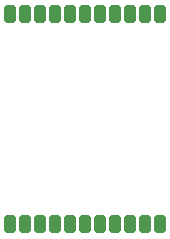
<source format=gbr>
%TF.GenerationSoftware,KiCad,Pcbnew,8.0.6*%
%TF.CreationDate,2024-12-12T11:47:33+01:00*%
%TF.ProjectId,htctboard,68746374-626f-4617-9264-2e6b69636164,rev?*%
%TF.SameCoordinates,Original*%
%TF.FileFunction,Paste,Top*%
%TF.FilePolarity,Positive*%
%FSLAX46Y46*%
G04 Gerber Fmt 4.6, Leading zero omitted, Abs format (unit mm)*
G04 Created by KiCad (PCBNEW 8.0.6) date 2024-12-12 11:47:33*
%MOMM*%
%LPD*%
G01*
G04 APERTURE LIST*
G04 Aperture macros list*
%AMRoundRect*
0 Rectangle with rounded corners*
0 $1 Rounding radius*
0 $2 $3 $4 $5 $6 $7 $8 $9 X,Y pos of 4 corners*
0 Add a 4 corners polygon primitive as box body*
4,1,4,$2,$3,$4,$5,$6,$7,$8,$9,$2,$3,0*
0 Add four circle primitives for the rounded corners*
1,1,$1+$1,$2,$3*
1,1,$1+$1,$4,$5*
1,1,$1+$1,$6,$7*
1,1,$1+$1,$8,$9*
0 Add four rect primitives between the rounded corners*
20,1,$1+$1,$2,$3,$4,$5,0*
20,1,$1+$1,$4,$5,$6,$7,0*
20,1,$1+$1,$6,$7,$8,$9,0*
20,1,$1+$1,$8,$9,$2,$3,0*%
G04 Aperture macros list end*
%ADD10RoundRect,0.250000X-0.250000X-0.500000X0.250000X-0.500000X0.250000X0.500000X-0.250000X0.500000X0*%
G04 APERTURE END LIST*
D10*
%TO.C,U1*%
X135890000Y-72390000D03*
X137160000Y-72390000D03*
X138430000Y-72390000D03*
X139700000Y-72390000D03*
X140970000Y-72390000D03*
X142240000Y-72390000D03*
X143510000Y-72390000D03*
X144780000Y-72390000D03*
X146050000Y-72390000D03*
X147320000Y-72390000D03*
X148590000Y-72390000D03*
X135890000Y-90170000D03*
X137160000Y-90170000D03*
X138430000Y-90170000D03*
X139700000Y-90170000D03*
X140970000Y-90170000D03*
X142240000Y-90170000D03*
X143510000Y-90170000D03*
X144780000Y-90170000D03*
X146050000Y-90170000D03*
X147320000Y-90170000D03*
X148590000Y-90170000D03*
%TD*%
M02*

</source>
